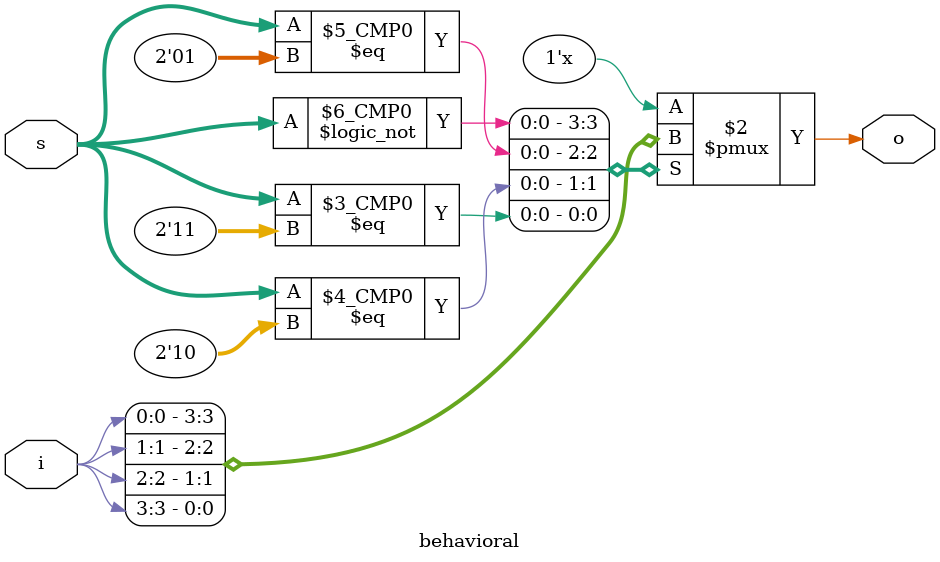
<source format=v>
module behavioral (
	input [3:0] i,
	input [1:0] s,
	output reg o
);
	
	always @(s or i) begin
		case (s)
			2'b00: o = i[0];
			2'b01: o = i[1];
			2'b10: o = i[2];
			2'b11: o = i[3];
			default: o = 1'bx;
		endcase
	end

endmodule
</source>
